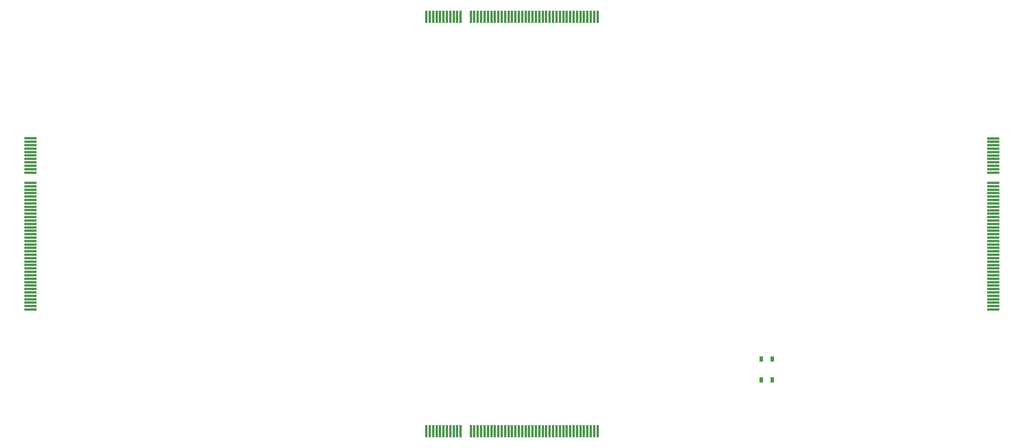
<source format=gtp>
G04*
G04 #@! TF.GenerationSoftware,Altium Limited,Altium Designer,22.11.1 (43)*
G04*
G04 Layer_Color=8421504*
%FSLAX25Y25*%
%MOIN*%
G70*
G04*
G04 #@! TF.SameCoordinates,4D6F9E16-F8D6-4E59-8BFB-CDB79C160039*
G04*
G04*
G04 #@! TF.FilePolarity,Positive*
G04*
G01*
G75*
%ADD14R,0.03937X0.05906*%
%ADD15R,0.14173X0.02756*%
%ADD16R,0.02756X0.14173*%
D14*
X924267Y154500D02*
D03*
X911669D02*
D03*
X924267Y130500D02*
D03*
X911669D02*
D03*
D15*
X1178347Y408452D02*
D03*
Y404515D02*
D03*
Y400578D02*
D03*
Y396641D02*
D03*
Y392704D02*
D03*
Y388767D02*
D03*
Y384830D02*
D03*
Y380893D02*
D03*
Y376956D02*
D03*
Y373019D02*
D03*
Y369082D02*
D03*
Y357271D02*
D03*
Y353334D02*
D03*
Y349397D02*
D03*
Y345460D02*
D03*
Y341523D02*
D03*
Y337586D02*
D03*
Y333649D02*
D03*
Y329712D02*
D03*
Y325775D02*
D03*
Y321838D02*
D03*
Y317901D02*
D03*
Y313964D02*
D03*
Y310027D02*
D03*
Y306090D02*
D03*
Y302153D02*
D03*
Y298216D02*
D03*
Y294279D02*
D03*
Y290342D02*
D03*
Y286405D02*
D03*
Y282468D02*
D03*
Y278531D02*
D03*
Y274594D02*
D03*
Y270657D02*
D03*
Y266720D02*
D03*
Y262783D02*
D03*
Y258846D02*
D03*
Y254909D02*
D03*
Y250972D02*
D03*
Y247035D02*
D03*
Y243098D02*
D03*
Y239161D02*
D03*
Y235224D02*
D03*
Y231287D02*
D03*
Y227350D02*
D03*
Y223413D02*
D03*
Y219476D02*
D03*
Y215539D02*
D03*
Y211602D02*
D03*
X71654Y408477D02*
D03*
Y404540D02*
D03*
Y400603D02*
D03*
Y396666D02*
D03*
Y392729D02*
D03*
Y388792D02*
D03*
Y384855D02*
D03*
Y380918D02*
D03*
Y376981D02*
D03*
Y373044D02*
D03*
Y369107D02*
D03*
Y357296D02*
D03*
Y353359D02*
D03*
Y349422D02*
D03*
Y345485D02*
D03*
Y341548D02*
D03*
Y337611D02*
D03*
Y333674D02*
D03*
Y329737D02*
D03*
Y325800D02*
D03*
Y321863D02*
D03*
Y317926D02*
D03*
Y313989D02*
D03*
Y310052D02*
D03*
Y306115D02*
D03*
Y302178D02*
D03*
Y298241D02*
D03*
Y294304D02*
D03*
Y290367D02*
D03*
Y286430D02*
D03*
Y282493D02*
D03*
Y278556D02*
D03*
Y274619D02*
D03*
Y270682D02*
D03*
Y266745D02*
D03*
Y262808D02*
D03*
Y258871D02*
D03*
Y254934D02*
D03*
Y250997D02*
D03*
Y247060D02*
D03*
Y243123D02*
D03*
Y239186D02*
D03*
Y235249D02*
D03*
Y231312D02*
D03*
Y227375D02*
D03*
Y223438D02*
D03*
Y219501D02*
D03*
Y215564D02*
D03*
Y211627D02*
D03*
D16*
X526575Y71654D02*
D03*
X530512D02*
D03*
X534449D02*
D03*
X538386D02*
D03*
X542323D02*
D03*
X546260D02*
D03*
X550197D02*
D03*
X554134D02*
D03*
X558071D02*
D03*
X562008D02*
D03*
X565945D02*
D03*
X577756D02*
D03*
X581693D02*
D03*
X585630D02*
D03*
X589567D02*
D03*
X593504D02*
D03*
X597441D02*
D03*
X601378D02*
D03*
X605315D02*
D03*
X609252D02*
D03*
X613189D02*
D03*
X617126D02*
D03*
X621063D02*
D03*
X625000D02*
D03*
X628937D02*
D03*
X632874D02*
D03*
X636811D02*
D03*
X640748D02*
D03*
X644685D02*
D03*
X648622D02*
D03*
X652559D02*
D03*
X656496D02*
D03*
X660433D02*
D03*
X664370D02*
D03*
X668307D02*
D03*
X672244D02*
D03*
X676181D02*
D03*
X680118D02*
D03*
X684055D02*
D03*
X687992D02*
D03*
X691929D02*
D03*
X695866D02*
D03*
X699803D02*
D03*
X703740D02*
D03*
X707677D02*
D03*
X711614D02*
D03*
X715551D02*
D03*
X719488D02*
D03*
X723425D02*
D03*
Y548413D02*
D03*
X719488D02*
D03*
X715551D02*
D03*
X711614D02*
D03*
X707677D02*
D03*
X703740D02*
D03*
X699803D02*
D03*
X695866D02*
D03*
X691929D02*
D03*
X687992D02*
D03*
X684055D02*
D03*
X680118D02*
D03*
X676181D02*
D03*
X672244D02*
D03*
X668307D02*
D03*
X664370D02*
D03*
X660433D02*
D03*
X656496D02*
D03*
X652559D02*
D03*
X648622D02*
D03*
X644685D02*
D03*
X640748D02*
D03*
X636811D02*
D03*
X632874D02*
D03*
X628937D02*
D03*
X625000D02*
D03*
X621063D02*
D03*
X617126D02*
D03*
X613189D02*
D03*
X609252D02*
D03*
X605315D02*
D03*
X601378D02*
D03*
X597441D02*
D03*
X593504D02*
D03*
X589567D02*
D03*
X585630D02*
D03*
X581693D02*
D03*
X577756D02*
D03*
X565945D02*
D03*
X562008D02*
D03*
X558071D02*
D03*
X554134D02*
D03*
X550197D02*
D03*
X546260D02*
D03*
X542323D02*
D03*
X538386D02*
D03*
X534449D02*
D03*
X530512D02*
D03*
X526575D02*
D03*
M02*

</source>
